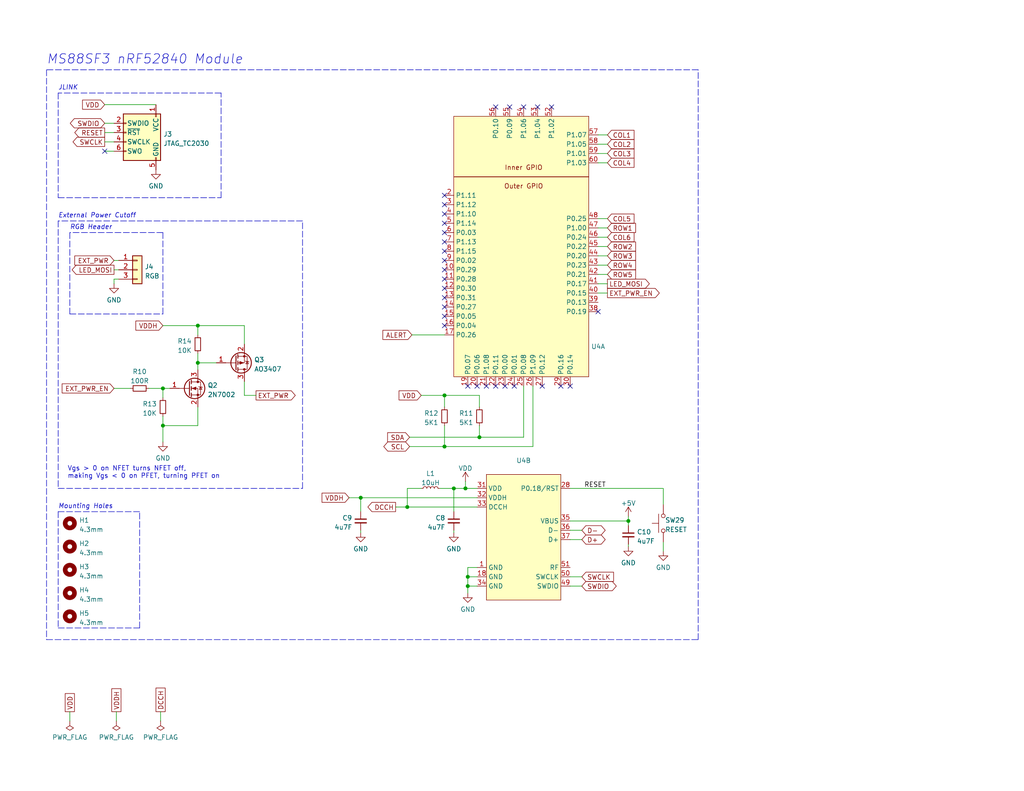
<source format=kicad_sch>
(kicad_sch (version 20211123) (generator eeschema)
  (paper "USLetter")
  (lib_symbols
    (symbol "Conejo:MS88SF3"
      (property "Reference" "U" (at 0 53.34 0))
      (property "Value" "MS88SF3" (at 0 50.8 0))
      (symbol "MS88SF3_1_1"
        (rectangle (start -19.05 20.32) (end 17.78 -34.29) (stroke (width 0.1524)) (fill (type background)))
        (rectangle (start -19.05 36.83) (end 17.78 20.32) (stroke (width 0.1524)) (fill (type background)))
        (text "Inner GPIO" (at 0 22.86 0) (effects (font (size 1.27 1.27))))
        (text "Outer GPIO" (at 0 17.78 0) (effects (font (size 1.27 1.27))))
        (pin bidirectional line (at -21.59 -5.08 0) (length 2.54) (name "P0.29") (number "10"))
        (pin bidirectional line (at -21.59 -7.62 0) (length 2.54) (name "P0.28") (number "11"))
        (pin bidirectional line (at -21.59 -10.16 0) (length 2.54) (name "P0.30") (number "12"))
        (pin bidirectional line (at -21.59 -12.7 0) (length 2.54) (name "P0.31") (number "13"))
        (pin bidirectional line (at -21.59 -15.24 0) (length 2.54) (name "P0.27") (number "14"))
        (pin bidirectional line (at -21.59 -17.78 0) (length 2.54) (name "P0.05") (number "15"))
        (pin bidirectional line (at -21.59 -20.32 0) (length 2.54) (name "P0.04") (number "16"))
        (pin bidirectional line (at -21.59 -22.86 0) (length 2.54) (name "P0.26") (number "17"))
        (pin bidirectional line (at -15.24 -36.83 90) (length 2.54) (name "P0.07") (number "19"))
        (pin bidirectional line (at -21.59 15.24 0) (length 2.54) (name "P1.11") (number "2"))
        (pin bidirectional line (at -12.7 -36.83 90) (length 2.54) (name "P0.06") (number "20"))
        (pin bidirectional line (at -10.16 -36.83 90) (length 2.54) (name "P1.08") (number "21"))
        (pin bidirectional line (at -7.62 -36.83 90) (length 2.54) (name "P0.11") (number "22"))
        (pin bidirectional line (at -5.08 -36.83 90) (length 2.54) (name "P0.00") (number "23"))
        (pin bidirectional line (at -2.54 -36.83 90) (length 2.54) (name "P0.01") (number "24"))
        (pin bidirectional line (at 0 -36.83 90) (length 2.54) (name "P0.08") (number "25"))
        (pin bidirectional line (at 2.54 -36.83 90) (length 2.54) (name "P1.09") (number "26"))
        (pin bidirectional line (at 5.08 -36.83 90) (length 2.54) (name "P0.12") (number "27"))
        (pin bidirectional line (at 10.16 -36.83 90) (length 2.54) (name "P0.16") (number "29"))
        (pin bidirectional line (at -21.59 12.7 0) (length 2.54) (name "P1.12") (number "3"))
        (pin bidirectional line (at 12.7 -36.83 90) (length 2.54) (name "P0.14") (number "30"))
        (pin bidirectional line (at 20.32 -16.51 180) (length 2.54) (name "P0.19") (number "38"))
        (pin bidirectional line (at 20.32 -13.97 180) (length 2.54) (name "P0.13") (number "39"))
        (pin bidirectional line (at -21.59 10.16 0) (length 2.54) (name "P1.10") (number "4"))
        (pin bidirectional line (at 20.32 -11.43 180) (length 2.54) (name "P0.15") (number "40"))
        (pin bidirectional line (at 20.32 -8.89 180) (length 2.54) (name "P0.17") (number "41"))
        (pin bidirectional line (at 20.32 -6.35 180) (length 2.54) (name "P0.21") (number "42"))
        (pin bidirectional line (at 20.32 -3.81 180) (length 2.54) (name "P0.23") (number "43"))
        (pin bidirectional line (at 20.32 -1.27 180) (length 2.54) (name "P0.20") (number "44"))
        (pin bidirectional line (at 20.32 1.27 180) (length 2.54) (name "P0.22") (number "45"))
        (pin bidirectional line (at 20.32 3.81 180) (length 2.54) (name "P0.24") (number "46"))
        (pin bidirectional line (at 20.32 6.35 180) (length 2.54) (name "P1.00") (number "47"))
        (pin bidirectional line (at 20.32 8.89 180) (length 2.54) (name "P0.25") (number "48"))
        (pin bidirectional line (at -21.59 7.62 0) (length 2.54) (name "P1.14") (number "5"))
        (pin bidirectional line (at 7.62 39.37 270) (length 2.54) (name "P1.02") (number "52"))
        (pin bidirectional line (at 3.81 39.37 270) (length 2.54) (name "P1.04") (number "53"))
        (pin bidirectional line (at 0 39.37 270) (length 2.54) (name "P1.06") (number "54"))
        (pin bidirectional line (at -3.81 39.37 270) (length 2.54) (name "P0.09") (number "55"))
        (pin bidirectional line (at -7.62 39.37 270) (length 2.54) (name "P0.10") (number "56"))
        (pin bidirectional line (at 20.32 31.75 180) (length 2.54) (name "P1.07") (number "57"))
        (pin bidirectional line (at 20.32 29.21 180) (length 2.54) (name "P1.05") (number "58"))
        (pin bidirectional line (at 20.32 26.67 180) (length 2.54) (name "P1.01") (number "59"))
        (pin bidirectional line (at -21.59 5.08 0) (length 2.54) (name "P0.03") (number "6"))
        (pin bidirectional line (at 20.32 24.13 180) (length 2.54) (name "P1.03") (number "60"))
        (pin bidirectional line (at -21.59 2.54 0) (length 2.54) (name "P1.13") (number "7"))
        (pin bidirectional line (at -21.59 0 0) (length 2.54) (name "P1.15") (number "8"))
        (pin bidirectional line (at -21.59 -2.54 0) (length 2.54) (name "P0.02") (number "9"))
      )
      (symbol "MS88SF3_2_1"
        (rectangle (start -10.16 17.78) (end 10.16 -16.51) (stroke (width 0.1524)) (fill (type background)))
        (pin power_in line (at -12.7 2.54 0) (length 2.54) (name "GND") (number "1"))
        (pin power_in line (at -12.7 0 0) (length 2.54) (name "GND") (number "18"))
        (pin bidirectional line (at 12.7 13.97 180) (length 2.54) (name "P0.18/RST") (number "28"))
        (pin power_in line (at -12.7 13.97 0) (length 2.54) (name "VDD") (number "31"))
        (pin bidirectional line (at -12.7 11.43 0) (length 2.54) (name "VDDH") (number "32"))
        (pin bidirectional line (at -12.7 8.89 0) (length 2.54) (name "DCCH") (number "33"))
        (pin power_in line (at -12.7 -2.54 0) (length 2.54) (name "GND") (number "34"))
        (pin power_in line (at 12.7 5.08 180) (length 2.54) (name "VBUS") (number "35"))
        (pin bidirectional line (at 12.7 2.54 180) (length 2.54) (name "D-") (number "36"))
        (pin bidirectional line (at 12.7 0 180) (length 2.54) (name "D+") (number "37"))
        (pin bidirectional line (at 12.7 -12.7 180) (length 2.54) (name "SWDIO") (number "49"))
        (pin bidirectional line (at 12.7 -10.16 180) (length 2.54) (name "SWDCLK") (number "50"))
        (pin input line (at 12.7 -7.62 180) (length 2.54) (name "RF") (number "51"))
        (pin power_in line (at -12.7 -5.08 0) (length 2.54) (name "GND") (number "61"))
        (pin power_in line (at -12.7 -7.62 0) (length 2.54) (name "GND") (number "62"))
        (pin power_in line (at -12.7 -10.16 0) (length 2.54) (name "GND") (number "63"))
        (pin power_in line (at -12.7 -12.7 0) (length 2.54) (name "GND") (number "64"))
      )
    )
    (symbol "Connector_Generic:Conn_01x03" (pin_names (offset 1.016) hide)
      (property "Reference" "J" (at 0 5.08 0))
      (property "Value" "Conn_01x03" (at 0 -5.08 0))
      (symbol "Conn_01x03_1_1"
        (rectangle (start -1.27 -2.413) (end 0 -2.667) (stroke (width 0.1524)))
        (rectangle (start -1.27 0.127) (end 0 -0.127) (stroke (width 0.1524)))
        (rectangle (start -1.27 2.667) (end 0 2.413) (stroke (width 0.1524)))
        (rectangle (start -1.27 3.81) (end 1.27 -3.81) (stroke (width 0.254)) (fill (type background)))
        (pin passive line (at -5.08 2.54 0) (length 3.81) (name "Pin_1") (number "1"))
        (pin passive line (at -5.08 0 0) (length 3.81) (name "Pin_2") (number "2"))
        (pin passive line (at -5.08 -2.54 0) (length 3.81) (name "Pin_3") (number "3"))
      )
    )
    (symbol "Device:C_Small" (pin_numbers hide) (pin_names (offset 0.254) hide)
      (property "Reference" "C" (at 0.254 1.778 0))
      (property "Value" "C_Small" (at 0.254 -2.032 0))
      (symbol "C_Small_0_1"
        (polyline (pts (xy -1.524 -0.508) (xy 1.524 -0.508)) (stroke (width 0.3302)))
        (polyline (pts (xy -1.524 0.508) (xy 1.524 0.508)) (stroke (width 0.3048)))
      )
      (symbol "C_Small_1_1"
        (pin passive line (at 0 2.54 270) (length 2.032) (name "~") (number "1"))
        (pin passive line (at 0 -2.54 90) (length 2.032) (name "~") (number "2"))
      )
    )
    (symbol "Device:L_Small" (pin_numbers hide) (pin_names (offset 0.254) hide)
      (property "Reference" "L" (at 0.762 1.016 0))
      (property "Value" "L_Small" (at 0.762 -1.016 0))
      (symbol "L_Small_0_1"
        (arc (start 0 -2.032) (mid 0.508 -1.524) (end 0 -1.016))
        (arc (start 0 -1.016) (mid 0.508 -0.508) (end 0 0))
        (arc (start 0 0) (mid 0.508 0.508) (end 0 1.016))
        (arc (start 0 1.016) (mid 0.508 1.524) (end 0 2.032))
      )
      (symbol "L_Small_1_1"
        (pin passive line (at 0 2.54 270) (length 0.508) (name "~") (number "1"))
        (pin passive line (at 0 -2.54 90) (length 0.508) (name "~") (number "2"))
      )
    )
    (symbol "Device:R_Small" (pin_numbers hide) (pin_names (offset 0.254) hide)
      (property "Reference" "R" (at 0.762 0.508 0))
      (property "Value" "R_Small" (at 0.762 -1.016 0))
      (symbol "R_Small_0_1"
        (rectangle (start -0.762 1.778) (end 0.762 -1.778) (stroke (width 0.2032)))
      )
      (symbol "R_Small_1_1"
        (pin passive line (at 0 2.54 270) (length 0.762) (name "~") (number "1"))
        (pin passive line (at 0 -2.54 90) (length 0.762) (name "~") (number "2"))
      )
    )
    (symbol "MS88SF3_1"
      (property "Reference" "U" (at 0 53.34 0))
      (property "Value" "MS88SF3_1" (at 0 50.8 0))
      (symbol "MS88SF3_1_1_1"
        (rectangle (start -19.05 20.32) (end 17.78 -34.29) (stroke (width 0.1524)) (fill (type background)))
        (rectangle (start -19.05 36.83) (end 17.78 20.32) (stroke (width 0.1524)) (fill (type background)))
        (text "Inner GPIO" (at 0 22.86 0) (effects (font (size 1.27 1.27))))
        (text "Outer GPIO" (at 0 17.78 0) (effects (font (size 1.27 1.27))))
        (pin bidirectional line (at -21.59 -5.08 0) (length 2.54) (name "P0.29") (number "10"))
        (pin bidirectional line (at -21.59 -7.62 0) (length 2.54) (name "P0.28") (number "11"))
        (pin bidirectional line (at -21.59 -10.16 0) (length 2.54) (name "P0.30") (number "12"))
        (pin bidirectional line (at -21.59 -12.7 0) (length 2.54) (name "P0.31") (number "13"))
        (pin bidirectional line (at -21.59 -15.24 0) (length 2.54) (name "P0.27") (number "14"))
        (pin bidirectional line (at -21.59 -17.78 0) (length 2.54) (name "P0.05") (number "15"))
        (pin bidirectional line (at -21.59 -20.32 0) (length 2.54) (name "P0.04") (number "16"))
        (pin bidirectional line (at -21.59 -22.86 0) (length 2.54) (name "P0.26") (number "17"))
        (pin bidirectional line (at -15.24 -36.83 90) (length 2.54) (name "P0.07") (number "19"))
        (pin bidirectional line (at -21.59 15.24 0) (length 2.54) (name "P1.11") (number "2"))
        (pin bidirectional line (at -12.7 -36.83 90) (length 2.54) (name "P0.06") (number "20"))
        (pin bidirectional line (at -10.16 -36.83 90) (length 2.54) (name "P1.08") (number "21"))
        (pin bidirectional line (at -7.62 -36.83 90) (length 2.54) (name "P0.11") (number "22"))
        (pin bidirectional line (at -5.08 -36.83 90) (length 2.54) (name "P0.00") (number "23"))
        (pin bidirectional line (at -2.54 -36.83 90) (length 2.54) (name "P0.01") (number "24"))
        (pin bidirectional line (at 0 -36.83 90) (length 2.54) (name "P0.08") (number "25"))
        (pin bidirectional line (at 2.54 -36.83 90) (length 2.54) (name "P1.09") (number "26"))
        (pin bidirectional line (at 5.08 -36.83 90) (length 2.54) (name "P0.12") (number "27"))
        (pin bidirectional line (at 10.16 -36.83 90) (length 2.54) (name "P0.16") (number "29"))
        (pin bidirectional line (at -21.59 12.7 0) (length 2.54) (name "P1.12") (number "3"))
        (pin bidirectional line (at 12.7 -36.83 90) (length 2.54) (name "P0.14") (number "30"))
        (pin bidirectional line (at 20.32 -16.51 180) (length 2.54) (name "P0.19") (number "38"))
        (pin bidirectional line (at 20.32 -13.97 180) (length 2.54) (name "P0.13") (number "39"))
        (pin bidirectional line (at -21.59 10.16 0) (length 2.54) (name "P1.10") (number "4"))
        (pin bidirectional line (at 20.32 -11.43 180) (length 2.54) (name "P0.15") (number "40"))
        (pin bidirectional line (at 20.32 -8.89 180) (length 2.54) (name "P0.17") (number "41"))
        (pin bidirectional line (at 20.32 -6.35 180) (length 2.54) (name "P0.21") (number "42"))
        (pin bidirectional line (at 20.32 -3.81 180) (length 2.54) (name "P0.23") (number "43"))
        (pin bidirectional line (at 20.32 -1.27 180) (length 2.54) (name "P0.20") (number "44"))
        (pin bidirectional line (at 20.32 1.27 180) (length 2.54) (name "P0.22") (number "45"))
        (pin bidirectional line (at 20.32 3.81 180) (length 2.54) (name "P0.24") (number "46"))
        (pin bidirectional line (at 20.32 6.35 180) (length 2.54) (name "P1.00") (number "47"))
        (pin bidirectional line (at 20.32 8.89 180) (length 2.54) (name "P0.25") (number "48"))
        (pin bidirectional line (at -21.59 7.62 0) (length 2.54) (name "P1.14") (number "5"))
        (pin bidirectional line (at 7.62 39.37 270) (length 2.54) (name "P1.02") (number "52"))
        (pin bidirectional line (at 3.81 39.37 270) (length 2.54) (name "P1.04") (number "53"))
        (pin bidirectional line (at 0 39.37 270) (length 2.54) (name "P1.06") (number "54"))
        (pin bidirectional line (at -3.81 39.37 270) (length 2.54) (name "P0.09") (number "55"))
        (pin bidirectional line (at -7.62 39.37 270) (length 2.54) (name "P0.10") (number "56"))
        (pin bidirectional line (at 20.32 31.75 180) (length 2.54) (name "P1.07") (number "57"))
        (pin bidirectional line (at 20.32 29.21 180) (length 2.54) (name "P1.05") (number "58"))
        (pin bidirectional line (at 20.32 26.67 180) (length 2.54) (name "P1.01") (number "59"))
        (pin bidirectional line (at -21.59 5.08 0) (length 2.54) (name "P0.03") (number "6"))
        (pin bidirectional line (at 20.32 24.13 180) (length 2.54) (name "P1.03") (number "60"))
        (pin bidirectional line (at -21.59 2.54 0) (length 2.54) (name "P1.13") (number "7"))
        (pin bidirectional line (at -21.59 0 0) (length 2.54) (name "P1.15") (number "8"))
        (pin bidirectional line (at -21.59 -2.54 0) (length 2.54) (name "P0.02") (number "9"))
      )
      (symbol "MS88SF3_1_2_1"
        (rectangle (start -10.16 17.78) (end 10.16 -16.51) (stroke (width 0.1524)) (fill (type background)))
        (pin power_in line (at -12.7 -7.62 0) (length 2.54) (name "GND") (number "1"))
        (pin power_in line (at -12.7 -10.16 0) (length 2.54) (name "GND") (number "18"))
        (pin bidirectional line (at 12.7 13.97 180) (length 2.54) (name "P0.18/RST") (number "28"))
        (pin power_in line (at -12.7 13.97 0) (length 2.54) (name "VDD") (number "31"))
        (pin bidirectional line (at -12.7 11.43 0) (length 2.54) (name "VDDH") (number "32"))
        (pin bidirectional line (at -12.7 8.89 0) (length 2.54) (name "DCCH") (number "33"))
        (pin power_in line (at -12.7 -12.7 0) (length 2.54) (name "GND") (number "34"))
        (pin power_in line (at 12.7 5.08 180) (length 2.54) (name "VBUS") (number "35"))
        (pin bidirectional line (at 12.7 2.54 180) (length 2.54) (name "D-") (number "36"))
        (pin bidirectional line (at 12.7 0 180) (length 2.54) (name "D+") (number "37"))
        (pin bidirectional line (at 12.7 -12.7 180) (length 2.54) (name "SWDIO") (number "49"))
        (pin bidirectional line (at 12.7 -10.16 180) (length 2.54) (name "SWCLK") (number "50"))
        (pin input line (at 12.7 -7.62 180) (length 2.54) (name "RF") (number "51"))
      )
    )
    (symbol "Mechanical:MountingHole" (pin_names (offset 1.016))
      (property "Reference" "H" (at 0 5.08 0))
      (property "Value" "MountingHole" (at 0 3.175 0))
      (symbol "MountingHole_0_1"
        (circle (center 0 0) (radius 1.27) (stroke (width 1.27)))
      )
    )
    (symbol "Switch:SW_Push" (pin_numbers hide) (pin_names (offset 1.016) hide)
      (property "Reference" "SW" (at 1.27 2.54 0))
      (property "Value" "SW_Push" (at 0 -1.524 0))
      (symbol "SW_Push_0_1"
        (circle (center -2.032 0) (radius 0.508))
        (polyline (pts (xy 0 1.27) (xy 0 3.048)))
        (polyline (pts (xy 2.54 1.27) (xy -2.54 1.27)))
        (circle (center 2.032 0) (radius 0.508))
        (pin passive line (at -5.08 0 0) (length 2.54) (name "1") (number "1"))
        (pin passive line (at 5.08 0 180) (length 2.54) (name "2") (number "2"))
      )
    )
    (symbol "Transistor_FET:AO3400A" (pin_names hide)
      (property "Reference" "Q" (at 5.08 1.905 0))
      (property "Value" "AO3400A" (at 5.08 0 0))
      (symbol "AO3400A_0_1"
        (polyline (pts (xy 0.254 0) (xy -2.54 0)))
        (polyline (pts (xy 0.254 1.905) (xy 0.254 -1.905)) (stroke (width 0.254)))
        (polyline (pts (xy 0.762 -1.27) (xy 0.762 -2.286)) (stroke (width 0.254)))
        (polyline (pts (xy 0.762 0.508) (xy 0.762 -0.508)) (stroke (width 0.254)))
        (polyline (pts (xy 0.762 2.286) (xy 0.762 1.27)) (stroke (width 0.254)))
        (polyline (pts (xy 2.54 2.54) (xy 2.54 1.778)))
        (polyline (pts (xy 2.54 -2.54) (xy 2.54 0) (xy 0.762 0)))
        (polyline (pts (xy 0.762 -1.778) (xy 3.302 -1.778) (xy 3.302 1.778) (xy 0.762 1.778)))
        (polyline (pts (xy 1.016 0) (xy 2.032 0.381) (xy 2.032 -0.381) (xy 1.016 0)) (fill (type outline)))
        (polyline (pts (xy 2.794 0.508) (xy 2.921 0.381) (xy 3.683 0.381) (xy 3.81 0.254)))
        (polyline (pts (xy 3.302 0.381) (xy 2.921 -0.254) (xy 3.683 -0.254) (xy 3.302 0.381)))
        (circle (center 1.651 0) (radius 2.794) (stroke (width 0.254)))
        (circle (center 2.54 -1.778) (radius 0.254) (fill (type outline)))
        (circle (center 2.54 1.778) (radius 0.254) (fill (type outline)))
      )
      (symbol "AO3400A_1_1"
        (pin input line (at -5.08 0 0) (length 2.54) (name "G") (number "1"))
        (pin passive line (at 2.54 -5.08 90) (length 2.54) (name "S") (number "2"))
        (pin passive line (at 2.54 5.08 270) (length 2.54) (name "D") (number "3"))
      )
    )
    (symbol "Transistor_FET:AO3401A" (pin_names hide)
      (property "Reference" "Q" (at 5.08 1.905 0))
      (property "Value" "AO3401A" (at 5.08 0 0))
      (symbol "AO3401A_0_1"
        (polyline (pts (xy 0.254 0) (xy -2.54 0)))
        (polyline (pts (xy 0.254 1.905) (xy 0.254 -1.905)) (stroke (width 0.254)))
        (polyline (pts (xy 0.762 -1.27) (xy 0.762 -2.286)) (stroke (width 0.254)))
        (polyline (pts (xy 0.762 0.508) (xy 0.762 -0.508)) (stroke (width 0.254)))
        (polyline (pts (xy 0.762 2.286) (xy 0.762 1.27)) (stroke (width 0.254)))
        (polyline (pts (xy 2.54 2.54) (xy 2.54 1.778)))
        (polyline (pts (xy 2.54 -2.54) (xy 2.54 0) (xy 0.762 0)))
        (polyline (pts (xy 0.762 1.778) (xy 3.302 1.778) (xy 3.302 -1.778) (xy 0.762 -1.778)))
        (polyline (pts (xy 2.286 0) (xy 1.27 0.381) (xy 1.27 -0.381) (xy 2.286 0)) (fill (type outline)))
        (polyline (pts (xy 2.794 -0.508) (xy 2.921 -0.381) (xy 3.683 -0.381) (xy 3.81 -0.254)))
        (polyline (pts (xy 3.302 -0.381) (xy 2.921 0.254) (xy 3.683 0.254) (xy 3.302 -0.381)))
        (circle (center 1.651 0) (radius 2.794) (stroke (width 0.254)))
        (circle (center 2.54 -1.778) (radius 0.254) (fill (type outline)))
        (circle (center 2.54 1.778) (radius 0.254) (fill (type outline)))
      )
      (symbol "AO3401A_1_1"
        (pin input line (at -5.08 0 0) (length 2.54) (name "G") (number "1"))
        (pin passive line (at 2.54 -5.08 90) (length 2.54) (name "S") (number "2"))
        (pin passive line (at 2.54 5.08 270) (length 2.54) (name "D") (number "3"))
      )
    )
    (symbol "marbastlib-various:JTAG_TC2030" (pin_names (offset 1.016))
      (property "Reference" "J" (at -3.81 -6.35 0))
      (property "Value" "JTAG_TC2030" (at -10.16 8.89 0))
      (symbol "JTAG_TC2030_0_1"
        (rectangle (start -3.81 7.62) (end 6.35 -5.08) (stroke (width 0.254)) (fill (type background)))
        (rectangle (start -3.048 -2.667) (end -3.81 -2.413))
        (rectangle (start -3.048 -0.127) (end -3.81 0.127))
        (rectangle (start -3.048 2.413) (end -3.81 2.667))
        (rectangle (start -3.048 4.953) (end -3.81 5.207))
        (rectangle (start 4.953 -5.08) (end 5.207 -4.318))
        (rectangle (start 4.953 6.858) (end 5.207 7.62))
      )
      (symbol "JTAG_TC2030_1_1"
        (pin passive line (at 5.08 10.16 270) (length 2.54) (name "VCC") (number "1"))
        (pin passive line (at -6.35 5.08 0) (length 2.54) (name "SWDIO") (number "2"))
        (pin passive line (at -6.35 2.54 0) (length 2.54) (name "~{RST}") (number "3"))
        (pin passive line (at -6.35 0 0) (length 2.54) (name "SWCLK") (number "4"))
        (pin passive line (at 5.08 -7.62 90) (length 2.54) (name "GND") (number "5"))
        (pin passive line (at -6.35 -2.54 0) (length 2.54) (name "SWO") (number "6"))
      )
    )
    (symbol "power:+5V" (power) (pin_names (offset 0))
      (property "Value" "+5V" (at 0 3.556 0))
      (symbol "+5V_0_1"
        (polyline (pts (xy -0.762 1.27) (xy 0 2.54)))
        (polyline (pts (xy 0 0) (xy 0 2.54)))
        (polyline (pts (xy 0 2.54) (xy 0.762 1.27)))
      )
      (symbol "+5V_1_1"
        (pin power_in line (at 0 0 90) (length 0) hide (name "+5V") (number "1"))
      )
    )
    (symbol "power:GND" (power) (pin_names (offset 0))
      (property "Value" "GND" (at 0 -3.81 0))
      (symbol "GND_0_1"
        (polyline (pts (xy 0 0) (xy 0 -1.27) (xy 1.27 -1.27) (xy 0 -2.54) (xy -1.27 -1.27) (xy 0 -1.27)))
      )
      (symbol "GND_1_1"
        (pin power_in line (at 0 0 270) (length 0) hide (name "GND") (number "1"))
      )
    )
    (symbol "power:PWR_FLAG" (power) (pin_numbers hide) (pin_names (offset 0) hide)
      (property "Value" "PWR_FLAG" (at 0 3.81 0))
      (symbol "PWR_FLAG_0_0"
        (pin power_out line (at 0 0 90) (length 0) (name "pwr") (number "1"))
      )
      (symbol "PWR_FLAG_0_1"
        (polyline (pts (xy 0 0) (xy 0 1.27) (xy -1.016 1.905) (xy 0 2.54) (xy 1.016 1.905) (xy 0 1.27)))
      )
    )
    (symbol "power:VDD" (power) (pin_names (offset 0))
      (property "Value" "VDD" (at 0 3.81 0))
      (symbol "VDD_0_1"
        (polyline (pts (xy -0.762 1.27) (xy 0 2.54)))
        (polyline (pts (xy 0 0) (xy 0 2.54)))
        (polyline (pts (xy 0 2.54) (xy 0.762 1.27)))
      )
      (symbol "VDD_1_1"
        (pin power_in line (at 0 0 90) (length 0) hide (name "VDD") (number "1"))
      )
    )
  )
  (junction (at 111.125 138.43))
  (junction (at 130.81 119.38))
  (junction (at 171.45 142.24))
  (junction (at 121.285 107.95))
  (junction (at 127.635 157.48))
  (junction (at 123.825 133.35))
  (junction (at 127 133.35))
  (junction (at 127.635 160.02))
  (junction (at 121.285 121.92))
  (junction (at 44.45 106.045))
  (junction (at 53.975 99.06))
  (junction (at 44.45 116.205))
  (junction (at 53.975 88.9))
  (junction (at 98.425 135.89))
  (no_connect (at 140.335 105.41))
  (no_connect (at 132.715 105.41))
  (no_connect (at 130.175 105.41))
  (no_connect (at 137.795 105.41))
  (no_connect (at 135.255 105.41))
  (no_connect (at 139.065 29.21))
  (no_connect (at 150.495 29.21))
  (no_connect (at 146.685 29.21))
  (no_connect (at 142.875 29.21))
  (no_connect (at 135.255 29.21))
  (no_connect (at 121.285 55.88))
  (no_connect (at 121.285 58.42))
  (no_connect (at 121.285 60.96))
  (no_connect (at 121.285 63.5))
  (no_connect (at 121.285 66.04))
  (no_connect (at 121.285 68.58))
  (no_connect (at 121.285 73.66))
  (no_connect (at 121.285 76.2))
  (no_connect (at 121.285 78.74))
  (no_connect (at 121.285 81.28))
  (no_connect (at 121.285 71.12))
  (no_connect (at 121.285 53.34))
  (no_connect (at 121.285 83.82))
  (no_connect (at 121.285 86.36))
  (no_connect (at 121.285 88.9))
  (no_connect (at 163.195 85.09))
  (no_connect (at 127.635 105.41))
  (no_connect (at 147.955 105.41))
  (no_connect (at 28.575 41.275))
  (no_connect (at 155.575 105.41))
  (no_connect (at 153.035 105.41))
  (wire (pts (xy 66.675 88.9) (xy 53.975 88.9)))
  (wire (pts (xy 28.575 38.735) (xy 31.115 38.735)))
  (polyline (pts (xy 19.05 85.725) (xy 44.45 85.725)))
  (wire (pts (xy 127.635 157.48) (xy 130.175 157.48)))
  (wire (pts (xy 31.115 76.2) (xy 31.115 77.47)))
  (polyline (pts (xy 82.55 60.325) (xy 15.875 60.325)))
  (wire (pts (xy 28.575 33.655) (xy 31.115 33.655)))
  (wire (pts (xy 66.675 104.14) (xy 66.675 107.95)))
  (wire (pts (xy 121.285 116.205) (xy 121.285 121.92)))
  (wire (pts (xy 127.635 157.48) (xy 127.635 160.02)))
  (wire (pts (xy 31.115 73.66) (xy 32.385 73.66)))
  (wire (pts (xy 123.825 145.415) (xy 123.825 144.78)))
  (wire (pts (xy 145.415 105.41) (xy 145.415 121.92)))
  (polyline (pts (xy 60.325 25.4) (xy 15.875 25.4)))
  (wire (pts (xy 123.825 133.35) (xy 127 133.35)))
  (wire (pts (xy 130.175 135.89) (xy 98.425 135.89)))
  (wire (pts (xy 111.125 138.43) (xy 130.175 138.43)))
  (wire (pts (xy 127.635 160.02) (xy 130.175 160.02)))
  (wire (pts (xy 130.81 116.205) (xy 130.81 119.38)))
  (wire (pts (xy 44.45 116.205) (xy 53.975 116.205)))
  (wire (pts (xy 53.975 111.125) (xy 53.975 116.205)))
  (wire (pts (xy 66.675 93.98) (xy 66.675 88.9)))
  (wire (pts (xy 28.575 41.275) (xy 31.115 41.275)))
  (wire (pts (xy 130.81 107.95) (xy 121.285 107.95)))
  (wire (pts (xy 98.425 139.7) (xy 98.425 135.89)))
  (polyline (pts (xy 19.05 63.5) (xy 19.05 85.725)))
  (wire (pts (xy 44.45 106.045) (xy 44.45 108.585)))
  (wire (pts (xy 158.75 157.48) (xy 155.575 157.48)))
  (wire (pts (xy 165.735 62.23) (xy 163.195 62.23)))
  (wire (pts (xy 165.735 69.85) (xy 163.195 69.85)))
  (polyline (pts (xy 15.875 139.7) (xy 15.875 171.45)))
  (wire (pts (xy 158.75 160.02) (xy 155.575 160.02)))
  (wire (pts (xy 123.825 139.7) (xy 123.825 133.35)))
  (wire (pts (xy 53.975 96.52) (xy 53.975 99.06)))
  (wire (pts (xy 142.875 119.38) (xy 142.875 105.41)))
  (wire (pts (xy 121.285 121.92) (xy 145.415 121.92)))
  (wire (pts (xy 32.385 76.2) (xy 31.115 76.2)))
  (polyline (pts (xy 15.875 53.975) (xy 60.325 53.975)))
  (wire (pts (xy 165.735 64.77) (xy 163.195 64.77)))
  (wire (pts (xy 165.735 39.37) (xy 163.195 39.37)))
  (wire (pts (xy 120.015 133.35) (xy 123.825 133.35)))
  (wire (pts (xy 127.635 161.925) (xy 127.635 160.02)))
  (wire (pts (xy 127.635 154.94) (xy 127.635 157.48)))
  (wire (pts (xy 98.425 145.415) (xy 98.425 144.78)))
  (wire (pts (xy 165.735 59.69) (xy 163.195 59.69)))
  (wire (pts (xy 171.45 143.51) (xy 171.45 142.24)))
  (wire (pts (xy 43.815 194.31) (xy 43.815 196.85)))
  (wire (pts (xy 165.735 44.45) (xy 163.195 44.45)))
  (wire (pts (xy 95.25 135.89) (xy 98.425 135.89)))
  (polyline (pts (xy 82.55 133.35) (xy 82.55 60.325)))
  (wire (pts (xy 114.935 107.95) (xy 121.285 107.95)))
  (polyline (pts (xy 190.5 19.05) (xy 12.7 19.05)))
  (polyline (pts (xy 12.7 19.05) (xy 12.7 174.625)))
  (polyline (pts (xy 60.325 53.975) (xy 60.325 25.4)))
  (wire (pts (xy 44.45 113.665) (xy 44.45 116.205)))
  (wire (pts (xy 165.735 72.39) (xy 163.195 72.39)))
  (polyline (pts (xy 44.45 63.5) (xy 19.05 63.5)))
  (wire (pts (xy 180.975 150.495) (xy 180.975 147.955)))
  (polyline (pts (xy 15.875 171.45) (xy 38.1 171.45)))
  (wire (pts (xy 31.115 106.045) (xy 35.56 106.045)))
  (wire (pts (xy 165.735 67.31) (xy 163.195 67.31)))
  (wire (pts (xy 66.675 107.95) (xy 69.85 107.95)))
  (wire (pts (xy 40.64 106.045) (xy 44.45 106.045)))
  (polyline (pts (xy 38.1 171.45) (xy 38.1 139.7)))
  (wire (pts (xy 130.81 119.38) (xy 142.875 119.38)))
  (polyline (pts (xy 190.5 174.625) (xy 190.5 19.05)))
  (wire (pts (xy 155.575 142.24) (xy 171.45 142.24)))
  (wire (pts (xy 53.975 88.9) (xy 53.975 91.44)))
  (wire (pts (xy 53.975 99.06) (xy 59.055 99.06)))
  (wire (pts (xy 165.735 80.01) (xy 163.195 80.01)))
  (wire (pts (xy 32.385 71.12) (xy 31.115 71.12)))
  (wire (pts (xy 112.395 91.44) (xy 121.285 91.44)))
  (wire (pts (xy 31.75 194.31) (xy 31.75 196.85)))
  (wire (pts (xy 121.285 107.95) (xy 121.285 111.125)))
  (polyline (pts (xy 15.875 60.325) (xy 15.875 133.35)))
  (wire (pts (xy 19.05 194.31) (xy 19.05 196.85)))
  (wire (pts (xy 180.975 133.35) (xy 155.575 133.35)))
  (wire (pts (xy 165.735 36.83) (xy 163.195 36.83)))
  (polyline (pts (xy 44.45 85.725) (xy 44.45 63.5)))
  (wire (pts (xy 44.45 88.9) (xy 53.975 88.9)))
  (wire (pts (xy 158.75 144.78) (xy 155.575 144.78)))
  (wire (pts (xy 44.45 106.045) (xy 46.355 106.045)))
  (wire (pts (xy 121.285 121.92) (xy 111.76 121.92)))
  (wire (pts (xy 171.45 140.97) (xy 171.45 142.24)))
  (wire (pts (xy 127 131.445) (xy 127 133.35)))
  (wire (pts (xy 171.45 149.225) (xy 171.45 148.59)))
  (wire (pts (xy 127.635 154.94) (xy 130.175 154.94)))
  (polyline (pts (xy 15.875 133.35) (xy 82.55 133.35)))
  (polyline (pts (xy 15.875 25.4) (xy 15.875 53.975)))
  (wire (pts (xy 28.575 28.575) (xy 42.545 28.575)))
  (wire (pts (xy 111.125 133.35) (xy 111.125 138.43)))
  (wire (pts (xy 130.81 107.95) (xy 130.81 111.125)))
  (wire (pts (xy 165.735 74.93) (xy 163.195 74.93)))
  (wire (pts (xy 180.975 133.35) (xy 180.975 137.795)))
  (wire (pts (xy 165.735 77.47) (xy 163.195 77.47)))
  (wire (pts (xy 53.975 99.06) (xy 53.975 100.965)))
  (wire (pts (xy 111.125 133.35) (xy 114.935 133.35)))
  (wire (pts (xy 165.735 41.91) (xy 163.195 41.91)))
  (wire (pts (xy 130.81 119.38) (xy 111.76 119.38)))
  (polyline (pts (xy 12.7 174.625) (xy 190.5 174.625)))
  (wire (pts (xy 127 133.35) (xy 130.175 133.35)))
  (wire (pts (xy 107.95 138.43) (xy 111.125 138.43)))
  (polyline (pts (xy 38.1 139.7) (xy 15.875 139.7)))
  (wire (pts (xy 158.75 147.32) (xy 155.575 147.32)))
  (wire (pts (xy 44.45 116.205) (xy 44.45 120.65)))
  (wire (pts (xy 28.575 36.195) (xy 31.115 36.195)))
  (text "RGB Header" (at 19.05 62.865 0) (effects (font (size 1.27 1.27) italic) (justify left bottom)))
  (text "Vgs > 0 on NFET turns NFET off, \nmaking Vgs < 0 on PFET, turning PFET on" (at 18.415 130.81 0) (effects (font (size 1.27 1.27)) (justify left bottom)))
  (text "JLINK\n" (at 15.875 24.765 0) (effects (font (size 1.27 1.27) italic) (justify left bottom)))
  (text "MS88SF3 nRF52840 Module" (at 12.7 17.78 0) (effects (font (size 2.54 2.54) italic) (justify left bottom)))
  (text "External Power Cutoff" (at 15.875 59.69 0) (effects (font (size 1.27 1.27) italic) (justify left bottom)))
  (text "Mounting Holes\n" (at 15.875 139.065 0) (effects (font (size 1.27 1.27) italic) (justify left bottom)))
  (label "RESET" (at 159.385 133.35 0))
  (global_label "COL3" (shape input) (at 165.735 41.91 0) (property "Intersheet References" "${INTERSHEET_REFS}" (effects hide)))
  (global_label "SWCLK" (shape input) (at 158.75 157.48 0) (property "Intersheet References" "${INTERSHEET_REFS}" (effects hide)))
  (global_label "VDD" (shape input) (at 114.935 107.95 180) (property "Intersheet References" "${INTERSHEET_REFS}" (effects hide)))
  (global_label "D-" (shape bidirectional) (at 158.75 144.78 0) (property "Intersheet References" "${INTERSHEET_REFS}" (effects hide)))
  (global_label "SWCLK" (shape output) (at 28.575 38.735 180) (property "Intersheet References" "${INTERSHEET_REFS}" (effects hide)))
  (global_label "EXT_PWR_EN" (shape input) (at 31.115 106.045 180) (property "Intersheet References" "${INTERSHEET_REFS}" (effects hide)))
  (global_label "D+" (shape bidirectional) (at 158.75 147.32 0) (property "Intersheet References" "${INTERSHEET_REFS}" (effects hide)))
  (global_label "ROW3" (shape input) (at 165.735 69.85 0) (property "Intersheet References" "${INTERSHEET_REFS}" (effects hide)))
  (global_label "COL5" (shape input) (at 165.735 59.69 0) (property "Intersheet References" "${INTERSHEET_REFS}" (effects hide)))
  (global_label "VDDH" (shape passive) (at 31.75 194.31 90) (property "Intersheet References" "${INTERSHEET_REFS}" (effects hide)))
  (global_label "ROW1" (shape input) (at 165.735 62.23 0) (property "Intersheet References" "${INTERSHEET_REFS}" (effects hide)))
  (global_label "COL6" (shape input) (at 165.735 64.77 0) (property "Intersheet References" "${INTERSHEET_REFS}" (effects hide)))
  (global_label "VDDH" (shape input) (at 95.25 135.89 180) (property "Intersheet References" "${INTERSHEET_REFS}" (effects hide)))
  (global_label "EXT_PWR_EN" (shape output) (at 165.735 80.01 0) (property "Intersheet References" "${INTERSHEET_REFS}" (effects hide)))
  (global_label "SWDIO" (shape bidirectional) (at 28.575 33.655 180) (property "Intersheet References" "${INTERSHEET_REFS}" (effects hide)))
  (global_label "VDDH" (shape input) (at 44.45 88.9 180) (property "Intersheet References" "${INTERSHEET_REFS}" (effects hide)))
  (global_label "SDA" (shape input) (at 111.76 119.38 180) (property "Intersheet References" "${INTERSHEET_REFS}" (effects hide)))
  (global_label "LED_MOSI" (shape output) (at 165.735 77.47 0) (property "Intersheet References" "${INTERSHEET_REFS}" (effects hide)))
  (global_label "SCL" (shape bidirectional) (at 111.76 121.92 180) (property "Intersheet References" "${INTERSHEET_REFS}" (effects hide)))
  (global_label "ALERT" (shape input) (at 112.395 91.44 180) (property "Intersheet References" "${INTERSHEET_REFS}" (effects hide)))
  (global_label "LED_MOSI" (shape output) (at 31.115 73.66 180) (property "Intersheet References" "${INTERSHEET_REFS}" (effects hide)))
  (global_label "COL1" (shape input) (at 165.735 36.83 0) (property "Intersheet References" "${INTERSHEET_REFS}" (effects hide)))
  (global_label "EXT_PWR" (shape output) (at 69.85 107.95 0) (property "Intersheet References" "${INTERSHEET_REFS}" (effects hide)))
  (global_label "COL4" (shape input) (at 165.735 44.45 0) (property "Intersheet References" "${INTERSHEET_REFS}" (effects hide)))
  (global_label "COL2" (shape input) (at 165.735 39.37 0) (property "Intersheet References" "${INTERSHEET_REFS}" (effects hide)))
  (global_label "DCCH" (shape passive) (at 43.815 194.31 90) (property "Intersheet References" "${INTERSHEET_REFS}" (effects hide)))
  (global_label "VDD" (shape passive) (at 19.05 194.31 90) (property "Intersheet References" "${INTERSHEET_REFS}" (effects hide)))
  (global_label "ROW4" (shape input) (at 165.735 72.39 0) (property "Intersheet References" "${INTERSHEET_REFS}" (effects hide)))
  (global_label "VDD" (shape input) (at 28.575 28.575 180) (property "Intersheet References" "${INTERSHEET_REFS}" (effects hide)))
  (global_label "ROW5" (shape input) (at 165.735 74.93 0) (property "Intersheet References" "${INTERSHEET_REFS}" (effects hide)))
  (global_label "EXT_PWR" (shape input) (at 31.115 71.12 180) (property "Intersheet References" "${INTERSHEET_REFS}" (effects hide)))
  (global_label "RESET" (shape output) (at 28.575 36.195 180) (property "Intersheet References" "${INTERSHEET_REFS}" (effects hide)))
  (global_label "SWDIO" (shape bidirectional) (at 158.75 160.02 0) (property "Intersheet References" "${INTERSHEET_REFS}" (effects hide)))
  (global_label "DCCH" (shape output) (at 107.95 138.43 180) (property "Intersheet References" "${INTERSHEET_REFS}" (effects hide)))
  (global_label "ROW2" (shape input) (at 165.735 67.31 0) (property "Intersheet References" "${INTERSHEET_REFS}" (effects hide)))
  (symbol (lib_id "Mechanical:MountingHole") (at 19.05 168.275 0) (unit 1)
    (property "Reference" "H5" (at 21.59 167.4403 0) (effects (justify left)))
    (property "Value" "4.3mm" (at 21.59 169.9772 0) (effects (justify left)))
    (property "Footprint" "Conejo:MountingHole_4.3mm" (effects hide))
  )
  (symbol (lib_id "power:GND") (at 123.825 145.415 0) (unit 1)
    (property "Reference" "#PWR0126" (effects hide))
    (property "Value" "GND" (at 123.825 149.8584 0))
  )
  (symbol (lib_id "Connector_Generic:Conn_01x03") (at 37.465 73.66 0) (unit 1)
    (property "Reference" "J4" (at 39.497 72.8253 0) (effects (justify left)))
    (property "Value" "RGB" (at 39.497 75.3622 0) (effects (justify left)))
    (property "Footprint" "Conejo:LED Header" (effects hide))
  )
  (symbol (lib_id "power:VDD") (at 127 131.445 0) (unit 1)
    (property "Reference" "#PWR0125" (effects hide))
    (property "Value" "VDD" (at 127 127.8692 0))
  )
  (symbol (lib_id "Device:C_Small") (at 123.825 142.24 0) (mirror y) (unit 1)
    (property "Reference" "C8" (at 121.5009 141.4116 0) (effects (justify left)))
    (property "Value" "4u7F" (at 121.5009 143.9485 0) (effects (justify left)))
    (property "Footprint" "Capacitor_SMD:C_0402_1005Metric" (effects hide))
  )
  (symbol (lib_id "Device:C_Small") (at 98.425 142.24 0) (mirror y) (unit 1)
    (property "Reference" "C9" (at 96.1009 141.4116 0) (effects (justify left)))
    (property "Value" "4u7F" (at 96.1009 143.9485 0) (effects (justify left)))
    (property "Footprint" "Capacitor_SMD:C_0402_1005Metric" (effects hide))
  )
  (symbol (lib_id "Mechanical:MountingHole") (at 19.05 149.225 0) (unit 1)
    (property "Reference" "H2" (at 21.59 148.3903 0) (effects (justify left)))
    (property "Value" "4.3mm" (at 21.59 150.9272 0) (effects (justify left)))
    (property "Footprint" "Conejo:MountingHole_4.3mm" (effects hide))
  )
  (symbol (lib_id "Device:R_Small") (at 121.285 113.665 0) (mirror x) (unit 1)
    (property "Reference" "R12" (at 119.634 112.8303 0) (effects (justify right)))
    (property "Value" "5K1" (at 119.634 115.3672 0) (effects (justify right)))
    (property "Footprint" "Resistor_SMD:R_0603_1608Metric" (effects hide))
  )
  (symbol (lib_id "power:GND") (at 171.45 149.225 0) (unit 1)
    (property "Reference" "#PWR0118" (effects hide))
    (property "Value" "GND" (at 171.45 153.6684 0))
  )
  (symbol (lib_id "Transistor_FET:AO3401A") (at 64.135 99.06 0) (mirror x) (unit 1)
    (property "Reference" "Q3" (at 69.342 98.2253 0) (effects (justify left)))
    (property "Value" "AO3407" (at 69.342 100.7622 0) (effects (justify left)))
    (property "Footprint" "Package_TO_SOT_SMD:SOT-23" (effects hide))
    (property "Datasheet" "http://www.aosmd.com/pdfs/datasheet/AO3401A.pdf" (effects hide))
  )
  (symbol (lib_id "power:GND") (at 180.975 150.495 0) (mirror y) (unit 1)
    (property "Reference" "#PWR0121" (effects hide))
    (property "Value" "GND" (at 180.975 154.9384 0))
  )
  (symbol (lib_id "power:+5V") (at 171.45 140.97 0) (mirror y) (unit 1)
    (property "Reference" "#PWR0122" (effects hide))
    (property "Value" "+5V" (at 171.45 137.3942 0))
  )
  (symbol (lib_id "power:GND") (at 42.545 46.355 0) (unit 1)
    (property "Reference" "#PWR0109" (effects hide))
    (property "Value" "GND" (at 42.545 50.7984 0))
  )
  (symbol (lib_id "Mechanical:MountingHole") (at 19.05 142.875 0) (unit 1)
    (property "Reference" "H1" (at 21.59 142.0403 0) (effects (justify left)))
    (property "Value" "4.3mm" (at 21.59 144.5772 0) (effects (justify left)))
    (property "Footprint" "Conejo:MountingHole_4.3mm" (effects hide))
  )
  (symbol (lib_id "power:GND") (at 44.45 120.65 0) (unit 1)
    (property "Reference" "#PWR0123" (effects hide))
    (property "Value" "GND" (at 44.45 125.0934 0))
  )
  (symbol (lib_id "power:GND") (at 31.115 77.47 0) (mirror y) (unit 1)
    (property "Reference" "#PWR0120" (effects hide))
    (property "Value" "GND" (at 31.115 81.9134 0))
  )
  (symbol (lib_id "Device:R_Small") (at 44.45 111.125 0) (mirror x) (unit 1)
    (property "Reference" "R13" (at 42.799 110.2903 0) (effects (justify right)))
    (property "Value" "10K" (at 42.799 112.8272 0) (effects (justify right)))
    (property "Footprint" "Resistor_SMD:R_0402_1005Metric" (effects hide))
  )
  (symbol (lib_id "Mechanical:MountingHole") (at 19.05 161.925 0) (unit 1)
    (property "Reference" "H4" (at 21.59 161.0903 0) (effects (justify left)))
    (property "Value" "4.3mm" (at 21.59 163.6272 0) (effects (justify left)))
    (property "Footprint" "Conejo:MountingHole_4.3mm" (effects hide))
  )
  (symbol (lib_id "Mechanical:MountingHole") (at 19.05 155.575 0) (unit 1)
    (property "Reference" "H3" (at 21.59 154.7403 0) (effects (justify left)))
    (property "Value" "4.3mm" (at 21.59 157.2772 0) (effects (justify left)))
    (property "Footprint" "Conejo:MountingHole_4.3mm" (effects hide))
  )
  (symbol (lib_id "power:GND") (at 98.425 145.415 0) (unit 1)
    (property "Reference" "#PWR0124" (effects hide))
    (property "Value" "GND" (at 98.425 149.8584 0))
  )
  (symbol (lib_name "MS88SF3_1") (lib_id "Conejo:MS88SF3") (at 142.875 147.32 0) (unit 2)
    (property "Reference" "U4" (at 142.875 125.7331 0))
  )
  (symbol (lib_id "power:PWR_FLAG") (at 43.815 196.85 180) (unit 1)
    (property "Reference" "#FLG0102" (effects hide))
    (property "Value" "PWR_FLAG" (at 43.815 201.2934 0))
  )
  (symbol (lib_id "power:PWR_FLAG") (at 19.05 196.85 180) (unit 1)
    (property "Reference" "#FLG0105" (effects hide))
    (property "Value" "PWR_FLAG" (at 19.05 201.2934 0))
  )
  (symbol (lib_id "Device:R_Small") (at 130.81 113.665 0) (mirror x) (unit 1)
    (property "Reference" "R11" (at 129.159 112.8303 0) (effects (justify right)))
    (property "Value" "5K1" (at 129.159 115.3672 0) (effects (justify right)))
    (property "Footprint" "Resistor_SMD:R_0603_1608Metric" (effects hide))
  )
  (symbol (lib_id "marbastlib-various:JTAG_TC2030") (at 37.465 38.735 0) (unit 1)
    (property "Reference" "J3" (at 44.577 36.6303 0) (effects (justify left)))
    (property "Value" "JTAG_TC2030" (at 44.577 39.1672 0) (effects (justify left)))
    (property "Footprint" "marbastlib-various:CON_TC2030_outlined" (effects hide))
    (property "Datasheet" " ~" (effects hide))
  )
  (symbol (lib_id "Conejo:MS88SF3") (at 142.875 68.58 0) (unit 1)
    (property "Reference" "U4" (at 161.29 94.615 0) (effects (justify left)))
  )
  (symbol (lib_id "Device:C_Small") (at 171.45 146.05 0) (mirror y) (unit 1)
    (property "Reference" "C10" (at 173.7741 145.2216 0) (effects (justify right)))
    (property "Value" "4u7F" (at 173.7741 147.7585 0) (effects (justify right)))
    (property "Footprint" "Capacitor_SMD:C_0402_1005Metric" (effects hide))
  )
  (symbol (lib_id "Device:R_Small") (at 53.975 93.98 0) (mirror x) (unit 1)
    (property "Reference" "R14" (at 52.324 93.1453 0) (effects (justify right)))
    (property "Value" "10K" (at 52.324 95.6822 0) (effects (justify right)))
    (property "Footprint" "Resistor_SMD:R_0402_1005Metric" (effects hide))
  )
  (symbol (lib_id "Device:R_Small") (at 38.1 106.045 90) (unit 1)
    (property "Reference" "R10" (at 38.1 101.4562 90))
    (property "Value" "100R" (at 38.1 103.9931 90))
    (property "Footprint" "Resistor_SMD:R_0402_1005Metric" (effects hide))
  )
  (symbol (lib_id "Transistor_FET:AO3400A") (at 51.435 106.045 0) (unit 1)
    (property "Reference" "Q2" (at 56.642 105.2103 0) (effects (justify left)))
    (property "Value" "2N7002" (at 56.642 107.7472 0) (effects (justify left)))
    (property "Footprint" "Package_TO_SOT_SMD:SOT-23" (effects hide))
    (property "Datasheet" "http://www.aosmd.com/pdfs/datasheet/AO3400A.pdf" (effects hide))
  )
  (symbol (lib_id "Switch:SW_Push") (at 180.975 142.875 90) (unit 1)
    (property "Reference" "SW29" (at 181.483 142.0403 90) (effects (justify right)))
    (property "Value" "RESET" (at 181.483 144.5772 90) (effects (justify right)))
    (property "Footprint" "Conejo:Panasonic_EVQPUL_EVQPUC (Reversible)" (effects hide))
  )
  (symbol (lib_id "power:PWR_FLAG") (at 31.75 196.85 180) (unit 1)
    (property "Reference" "#FLG0106" (effects hide))
    (property "Value" "PWR_FLAG" (at 31.75 201.2934 0))
  )
  (symbol (lib_id "Device:L_Small") (at 117.475 133.35 90) (unit 1)
    (property "Reference" "L1" (at 117.475 129.2692 90))
    (property "Value" "10uH" (at 117.475 131.8061 90))
    (property "Footprint" "Inductor_SMD:L_0603_1608Metric" (effects hide))
  )
  (symbol (lib_id "power:GND") (at 127.635 161.925 0) (unit 1)
    (property "Reference" "#PWR0119" (effects hide))
    (property "Value" "GND" (at 127.635 166.3684 0))
  )
)
</source>
